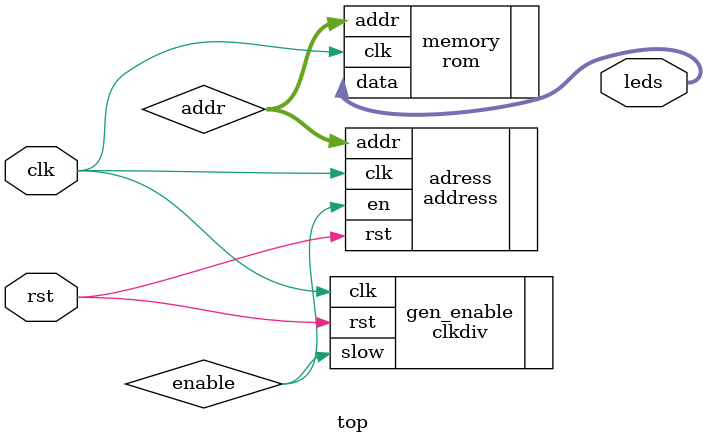
<source format=sv>
`timescale 1ns / 1ps


module top #(parameter div = 50_000_000, depth=10)(input clk, input rst, output [7:0] leds);

wire [$clog2(depth)-1:0] addr;
clkdiv #(.div(div)) gen_enable(.clk(clk), .rst(rst), .slow(enable));
rom #(.depth(depth)) memory(.clk(clk), .addr(addr), .data(leds));
address #(.depth(depth)) adress (.clk(clk), .rst(rst), .en(enable), .addr(addr));

endmodule

</source>
